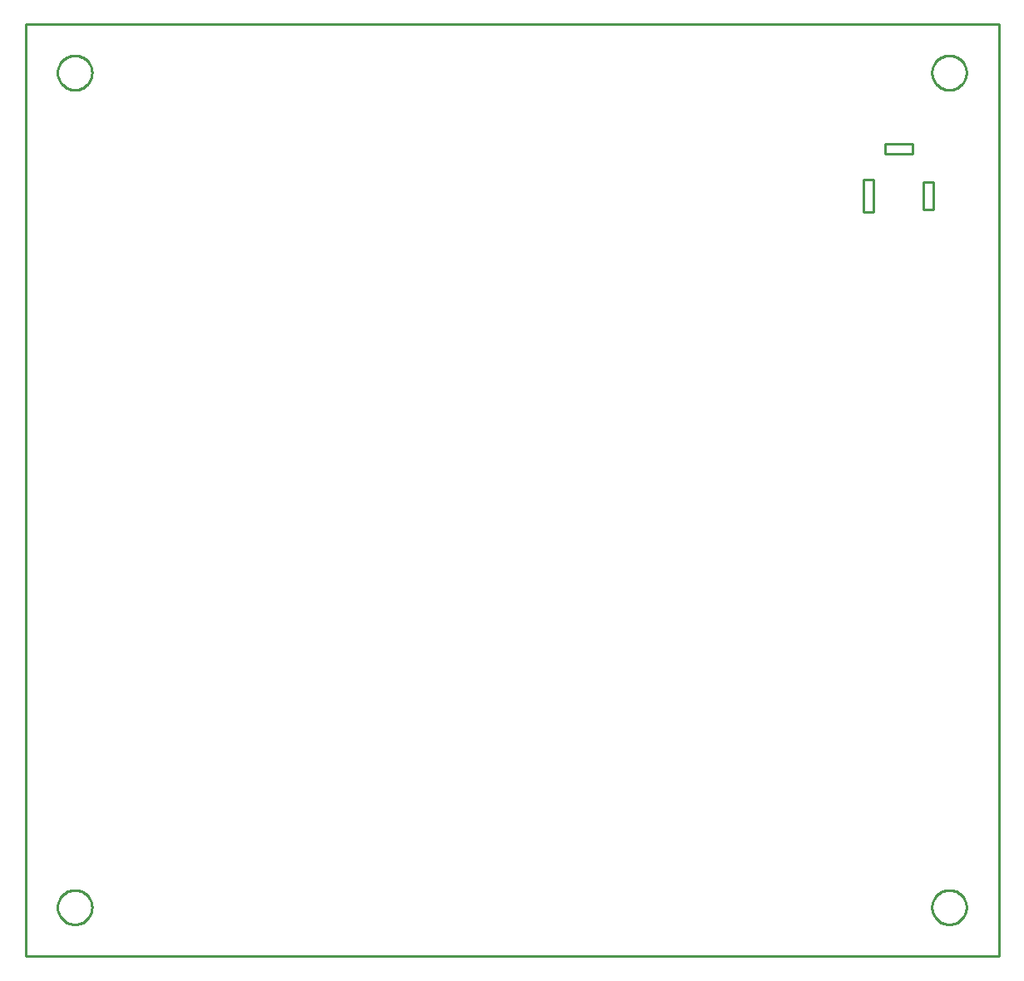
<source format=gbr>
G04 EAGLE Gerber RS-274X export*
G75*
%MOMM*%
%FSLAX34Y34*%
%LPD*%
%IN*%
%IPPOS*%
%AMOC8*
5,1,8,0,0,1.08239X$1,22.5*%
G01*
%ADD10C,0.254000*%


D10*
X0Y0D02*
X990400Y0D01*
X990400Y949200D01*
X0Y949200D01*
X0Y0D01*
X914000Y760700D02*
X924000Y760700D01*
X924000Y788700D01*
X914000Y788700D01*
X914000Y760700D01*
X853000Y758200D02*
X863000Y758200D01*
X863000Y791200D01*
X853000Y791200D01*
X853000Y758200D01*
X875000Y817700D02*
X903000Y817700D01*
X903000Y827700D01*
X875000Y827700D01*
X875000Y817700D01*
X67500Y899427D02*
X67425Y898284D01*
X67276Y897148D01*
X67052Y896024D01*
X66755Y894917D01*
X66387Y893832D01*
X65949Y892774D01*
X65442Y891746D01*
X64869Y890754D01*
X64232Y889801D01*
X63535Y888892D01*
X62779Y888031D01*
X61969Y887221D01*
X61108Y886465D01*
X60199Y885768D01*
X59246Y885131D01*
X58254Y884558D01*
X57226Y884051D01*
X56168Y883613D01*
X55083Y883245D01*
X53976Y882948D01*
X52852Y882725D01*
X51716Y882575D01*
X50573Y882500D01*
X49427Y882500D01*
X48284Y882575D01*
X47148Y882725D01*
X46024Y882948D01*
X44917Y883245D01*
X43832Y883613D01*
X42774Y884051D01*
X41746Y884558D01*
X40754Y885131D01*
X39801Y885768D01*
X38892Y886465D01*
X38031Y887221D01*
X37221Y888031D01*
X36465Y888892D01*
X35768Y889801D01*
X35131Y890754D01*
X34558Y891746D01*
X34051Y892774D01*
X33613Y893832D01*
X33245Y894917D01*
X32948Y896024D01*
X32725Y897148D01*
X32575Y898284D01*
X32500Y899427D01*
X32500Y900573D01*
X32575Y901716D01*
X32725Y902852D01*
X32948Y903976D01*
X33245Y905083D01*
X33613Y906168D01*
X34051Y907226D01*
X34558Y908254D01*
X35131Y909246D01*
X35768Y910199D01*
X36465Y911108D01*
X37221Y911969D01*
X38031Y912779D01*
X38892Y913535D01*
X39801Y914232D01*
X40754Y914869D01*
X41746Y915442D01*
X42774Y915949D01*
X43832Y916387D01*
X44917Y916755D01*
X46024Y917052D01*
X47148Y917276D01*
X48284Y917425D01*
X49427Y917500D01*
X50573Y917500D01*
X51716Y917425D01*
X52852Y917276D01*
X53976Y917052D01*
X55083Y916755D01*
X56168Y916387D01*
X57226Y915949D01*
X58254Y915442D01*
X59246Y914869D01*
X60199Y914232D01*
X61108Y913535D01*
X61969Y912779D01*
X62779Y911969D01*
X63535Y911108D01*
X64232Y910199D01*
X64869Y909246D01*
X65442Y908254D01*
X65949Y907226D01*
X66387Y906168D01*
X66755Y905083D01*
X67052Y903976D01*
X67276Y902852D01*
X67425Y901716D01*
X67500Y900573D01*
X67500Y899427D01*
X957500Y899427D02*
X957425Y898284D01*
X957276Y897148D01*
X957052Y896024D01*
X956755Y894917D01*
X956387Y893832D01*
X955949Y892774D01*
X955442Y891746D01*
X954869Y890754D01*
X954232Y889801D01*
X953535Y888892D01*
X952779Y888031D01*
X951969Y887221D01*
X951108Y886465D01*
X950199Y885768D01*
X949246Y885131D01*
X948254Y884558D01*
X947226Y884051D01*
X946168Y883613D01*
X945083Y883245D01*
X943976Y882948D01*
X942852Y882725D01*
X941716Y882575D01*
X940573Y882500D01*
X939427Y882500D01*
X938284Y882575D01*
X937148Y882725D01*
X936024Y882948D01*
X934917Y883245D01*
X933832Y883613D01*
X932774Y884051D01*
X931746Y884558D01*
X930754Y885131D01*
X929801Y885768D01*
X928892Y886465D01*
X928031Y887221D01*
X927221Y888031D01*
X926465Y888892D01*
X925768Y889801D01*
X925131Y890754D01*
X924558Y891746D01*
X924051Y892774D01*
X923613Y893832D01*
X923245Y894917D01*
X922948Y896024D01*
X922725Y897148D01*
X922575Y898284D01*
X922500Y899427D01*
X922500Y900573D01*
X922575Y901716D01*
X922725Y902852D01*
X922948Y903976D01*
X923245Y905083D01*
X923613Y906168D01*
X924051Y907226D01*
X924558Y908254D01*
X925131Y909246D01*
X925768Y910199D01*
X926465Y911108D01*
X927221Y911969D01*
X928031Y912779D01*
X928892Y913535D01*
X929801Y914232D01*
X930754Y914869D01*
X931746Y915442D01*
X932774Y915949D01*
X933832Y916387D01*
X934917Y916755D01*
X936024Y917052D01*
X937148Y917276D01*
X938284Y917425D01*
X939427Y917500D01*
X940573Y917500D01*
X941716Y917425D01*
X942852Y917276D01*
X943976Y917052D01*
X945083Y916755D01*
X946168Y916387D01*
X947226Y915949D01*
X948254Y915442D01*
X949246Y914869D01*
X950199Y914232D01*
X951108Y913535D01*
X951969Y912779D01*
X952779Y911969D01*
X953535Y911108D01*
X954232Y910199D01*
X954869Y909246D01*
X955442Y908254D01*
X955949Y907226D01*
X956387Y906168D01*
X956755Y905083D01*
X957052Y903976D01*
X957276Y902852D01*
X957425Y901716D01*
X957500Y900573D01*
X957500Y899427D01*
X957500Y49427D02*
X957425Y48284D01*
X957276Y47148D01*
X957052Y46024D01*
X956755Y44917D01*
X956387Y43832D01*
X955949Y42774D01*
X955442Y41746D01*
X954869Y40754D01*
X954232Y39801D01*
X953535Y38892D01*
X952779Y38031D01*
X951969Y37221D01*
X951108Y36465D01*
X950199Y35768D01*
X949246Y35131D01*
X948254Y34558D01*
X947226Y34051D01*
X946168Y33613D01*
X945083Y33245D01*
X943976Y32948D01*
X942852Y32725D01*
X941716Y32575D01*
X940573Y32500D01*
X939427Y32500D01*
X938284Y32575D01*
X937148Y32725D01*
X936024Y32948D01*
X934917Y33245D01*
X933832Y33613D01*
X932774Y34051D01*
X931746Y34558D01*
X930754Y35131D01*
X929801Y35768D01*
X928892Y36465D01*
X928031Y37221D01*
X927221Y38031D01*
X926465Y38892D01*
X925768Y39801D01*
X925131Y40754D01*
X924558Y41746D01*
X924051Y42774D01*
X923613Y43832D01*
X923245Y44917D01*
X922948Y46024D01*
X922725Y47148D01*
X922575Y48284D01*
X922500Y49427D01*
X922500Y50573D01*
X922575Y51716D01*
X922725Y52852D01*
X922948Y53976D01*
X923245Y55083D01*
X923613Y56168D01*
X924051Y57226D01*
X924558Y58254D01*
X925131Y59246D01*
X925768Y60199D01*
X926465Y61108D01*
X927221Y61969D01*
X928031Y62779D01*
X928892Y63535D01*
X929801Y64232D01*
X930754Y64869D01*
X931746Y65442D01*
X932774Y65949D01*
X933832Y66387D01*
X934917Y66755D01*
X936024Y67052D01*
X937148Y67276D01*
X938284Y67425D01*
X939427Y67500D01*
X940573Y67500D01*
X941716Y67425D01*
X942852Y67276D01*
X943976Y67052D01*
X945083Y66755D01*
X946168Y66387D01*
X947226Y65949D01*
X948254Y65442D01*
X949246Y64869D01*
X950199Y64232D01*
X951108Y63535D01*
X951969Y62779D01*
X952779Y61969D01*
X953535Y61108D01*
X954232Y60199D01*
X954869Y59246D01*
X955442Y58254D01*
X955949Y57226D01*
X956387Y56168D01*
X956755Y55083D01*
X957052Y53976D01*
X957276Y52852D01*
X957425Y51716D01*
X957500Y50573D01*
X957500Y49427D01*
X67500Y49427D02*
X67425Y48284D01*
X67276Y47148D01*
X67052Y46024D01*
X66755Y44917D01*
X66387Y43832D01*
X65949Y42774D01*
X65442Y41746D01*
X64869Y40754D01*
X64232Y39801D01*
X63535Y38892D01*
X62779Y38031D01*
X61969Y37221D01*
X61108Y36465D01*
X60199Y35768D01*
X59246Y35131D01*
X58254Y34558D01*
X57226Y34051D01*
X56168Y33613D01*
X55083Y33245D01*
X53976Y32948D01*
X52852Y32725D01*
X51716Y32575D01*
X50573Y32500D01*
X49427Y32500D01*
X48284Y32575D01*
X47148Y32725D01*
X46024Y32948D01*
X44917Y33245D01*
X43832Y33613D01*
X42774Y34051D01*
X41746Y34558D01*
X40754Y35131D01*
X39801Y35768D01*
X38892Y36465D01*
X38031Y37221D01*
X37221Y38031D01*
X36465Y38892D01*
X35768Y39801D01*
X35131Y40754D01*
X34558Y41746D01*
X34051Y42774D01*
X33613Y43832D01*
X33245Y44917D01*
X32948Y46024D01*
X32725Y47148D01*
X32575Y48284D01*
X32500Y49427D01*
X32500Y50573D01*
X32575Y51716D01*
X32725Y52852D01*
X32948Y53976D01*
X33245Y55083D01*
X33613Y56168D01*
X34051Y57226D01*
X34558Y58254D01*
X35131Y59246D01*
X35768Y60199D01*
X36465Y61108D01*
X37221Y61969D01*
X38031Y62779D01*
X38892Y63535D01*
X39801Y64232D01*
X40754Y64869D01*
X41746Y65442D01*
X42774Y65949D01*
X43832Y66387D01*
X44917Y66755D01*
X46024Y67052D01*
X47148Y67276D01*
X48284Y67425D01*
X49427Y67500D01*
X50573Y67500D01*
X51716Y67425D01*
X52852Y67276D01*
X53976Y67052D01*
X55083Y66755D01*
X56168Y66387D01*
X57226Y65949D01*
X58254Y65442D01*
X59246Y64869D01*
X60199Y64232D01*
X61108Y63535D01*
X61969Y62779D01*
X62779Y61969D01*
X63535Y61108D01*
X64232Y60199D01*
X64869Y59246D01*
X65442Y58254D01*
X65949Y57226D01*
X66387Y56168D01*
X66755Y55083D01*
X67052Y53976D01*
X67276Y52852D01*
X67425Y51716D01*
X67500Y50573D01*
X67500Y49427D01*
M02*

</source>
